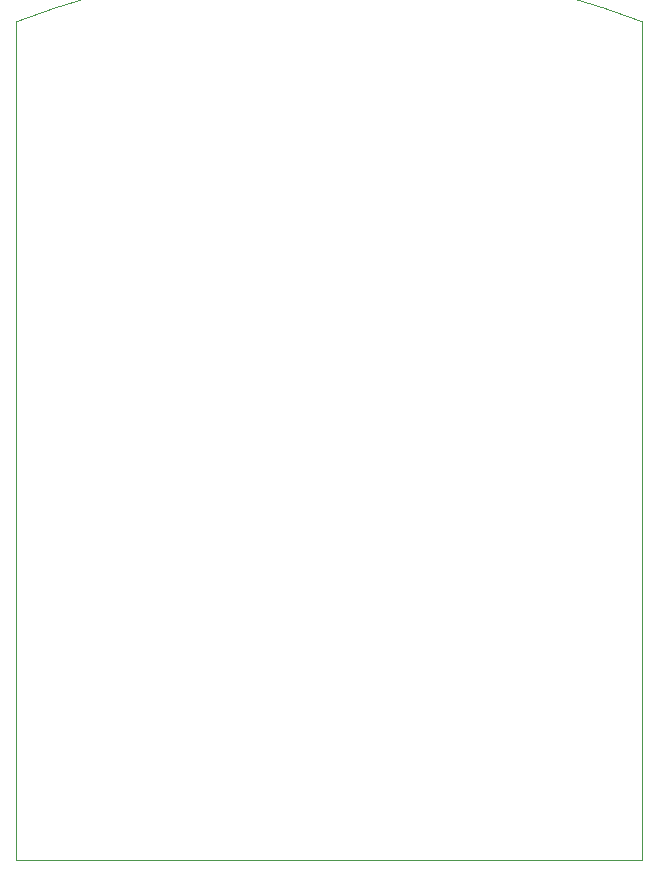
<source format=gbr>
%TF.GenerationSoftware,KiCad,Pcbnew,8.0.7*%
%TF.CreationDate,2025-01-15T16:40:06+01:00*%
%TF.ProjectId,makita-ps,6d616b69-7461-42d7-9073-2e6b69636164,1*%
%TF.SameCoordinates,Original*%
%TF.FileFunction,Profile,NP*%
%FSLAX46Y46*%
G04 Gerber Fmt 4.6, Leading zero omitted, Abs format (unit mm)*
G04 Created by KiCad (PCBNEW 8.0.7) date 2025-01-15 16:40:06*
%MOMM*%
%LPD*%
G01*
G04 APERTURE LIST*
%TA.AperFunction,Profile*%
%ADD10C,0.100000*%
%TD*%
G04 APERTURE END LIST*
D10*
X174729000Y-137000000D02*
X174729000Y-66000000D01*
X121719000Y-137000000D02*
X121729000Y-66000000D01*
X121729000Y-66000000D02*
G75*
G02*
X174729000Y-66000000I26500000J-69000002D01*
G01*
X174729000Y-137000000D02*
X121719000Y-137000000D01*
M02*

</source>
